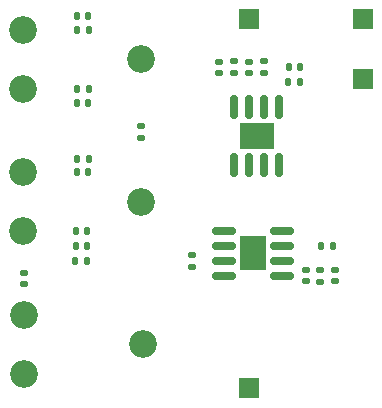
<source format=gts>
G04 #@! TF.GenerationSoftware,KiCad,Pcbnew,6.0.2-378541a8eb~116~ubuntu21.10.1*
G04 #@! TF.CreationDate,2022-03-03T13:54:26+01:00*
G04 #@! TF.ProjectId,test,74657374-2e6b-4696-9361-645f70636258,rev?*
G04 #@! TF.SameCoordinates,Original*
G04 #@! TF.FileFunction,Soldermask,Top*
G04 #@! TF.FilePolarity,Negative*
%FSLAX46Y46*%
G04 Gerber Fmt 4.6, Leading zero omitted, Abs format (unit mm)*
G04 Created by KiCad (PCBNEW 6.0.2-378541a8eb~116~ubuntu21.10.1) date 2022-03-03 13:54:26*
%MOMM*%
%LPD*%
G01*
G04 APERTURE LIST*
G04 Aperture macros list*
%AMRoundRect*
0 Rectangle with rounded corners*
0 $1 Rounding radius*
0 $2 $3 $4 $5 $6 $7 $8 $9 X,Y pos of 4 corners*
0 Add a 4 corners polygon primitive as box body*
4,1,4,$2,$3,$4,$5,$6,$7,$8,$9,$2,$3,0*
0 Add four circle primitives for the rounded corners*
1,1,$1+$1,$2,$3*
1,1,$1+$1,$4,$5*
1,1,$1+$1,$6,$7*
1,1,$1+$1,$8,$9*
0 Add four rect primitives between the rounded corners*
20,1,$1+$1,$2,$3,$4,$5,0*
20,1,$1+$1,$4,$5,$6,$7,0*
20,1,$1+$1,$6,$7,$8,$9,0*
20,1,$1+$1,$8,$9,$2,$3,0*%
G04 Aperture macros list end*
%ADD10RoundRect,0.135000X0.185000X-0.135000X0.185000X0.135000X-0.185000X0.135000X-0.185000X-0.135000X0*%
%ADD11RoundRect,0.135000X0.135000X0.185000X-0.135000X0.185000X-0.135000X-0.185000X0.135000X-0.185000X0*%
%ADD12RoundRect,0.135000X-0.185000X0.135000X-0.185000X-0.135000X0.185000X-0.135000X0.185000X0.135000X0*%
%ADD13RoundRect,0.140000X0.170000X-0.140000X0.170000X0.140000X-0.170000X0.140000X-0.170000X-0.140000X0*%
%ADD14R,1.700000X1.700000*%
%ADD15RoundRect,0.140000X-0.170000X0.140000X-0.170000X-0.140000X0.170000X-0.140000X0.170000X0.140000X0*%
%ADD16RoundRect,0.140000X-0.140000X-0.170000X0.140000X-0.170000X0.140000X0.170000X-0.140000X0.170000X0*%
%ADD17RoundRect,0.140000X0.140000X0.170000X-0.140000X0.170000X-0.140000X-0.170000X0.140000X-0.170000X0*%
%ADD18RoundRect,0.135000X-0.135000X-0.185000X0.135000X-0.185000X0.135000X0.185000X-0.135000X0.185000X0*%
%ADD19RoundRect,0.150000X-0.825000X-0.150000X0.825000X-0.150000X0.825000X0.150000X-0.825000X0.150000X0*%
%ADD20R,2.290000X3.000000*%
%ADD21RoundRect,0.150000X-0.150000X0.825000X-0.150000X-0.825000X0.150000X-0.825000X0.150000X0.825000X0*%
%ADD22R,3.000000X2.290000*%
%ADD23C,2.340000*%
G04 APERTURE END LIST*
D10*
G04 #@! TO.C,R9*
X132334000Y-101475000D03*
X132334000Y-100455000D03*
G04 #@! TD*
D11*
G04 #@! TO.C,R7*
X123557000Y-86407000D03*
X122537000Y-86407000D03*
G04 #@! TD*
D12*
G04 #@! TO.C,R2*
X138430000Y-84072000D03*
X138430000Y-85092000D03*
G04 #@! TD*
D13*
G04 #@! TO.C,C10*
X141986000Y-102715000D03*
X141986000Y-101755000D03*
G04 #@! TD*
D10*
G04 #@! TO.C,R1*
X135890000Y-85092000D03*
X135890000Y-84072000D03*
G04 #@! TD*
D14*
G04 #@! TO.C,OUT1*
X137160000Y-111760000D03*
G04 #@! TD*
D13*
G04 #@! TO.C,C2*
X134620000Y-85062000D03*
X134620000Y-84102000D03*
G04 #@! TD*
D15*
G04 #@! TO.C,C1*
X137160000Y-84102000D03*
X137160000Y-85062000D03*
G04 #@! TD*
D13*
G04 #@! TO.C,C9*
X118110000Y-102969000D03*
X118110000Y-102009000D03*
G04 #@! TD*
D11*
G04 #@! TO.C,R8*
X123557000Y-81407000D03*
X122537000Y-81407000D03*
G04 #@! TD*
D16*
G04 #@! TO.C,C5*
X122440000Y-98472000D03*
X123400000Y-98472000D03*
G04 #@! TD*
D17*
G04 #@! TO.C,C8*
X123527000Y-80264000D03*
X122567000Y-80264000D03*
G04 #@! TD*
D11*
G04 #@! TO.C,R5*
X123430000Y-100965000D03*
X122410000Y-100965000D03*
G04 #@! TD*
D18*
G04 #@! TO.C,R3*
X140460000Y-85852000D03*
X141480000Y-85852000D03*
G04 #@! TD*
D10*
G04 #@! TO.C,R6*
X128000000Y-90553000D03*
X128000000Y-89533000D03*
G04 #@! TD*
D18*
G04 #@! TO.C,R4*
X122537000Y-92329000D03*
X123557000Y-92329000D03*
G04 #@! TD*
D17*
G04 #@! TO.C,C12*
X144216000Y-99695000D03*
X143256000Y-99695000D03*
G04 #@! TD*
D16*
G04 #@! TO.C,C4*
X122567000Y-93472000D03*
X123527000Y-93472000D03*
G04 #@! TD*
G04 #@! TO.C,C3*
X140490000Y-84582000D03*
X141450000Y-84582000D03*
G04 #@! TD*
D14*
G04 #@! TO.C,GND1*
X146812000Y-80518000D03*
G04 #@! TD*
D10*
G04 #@! TO.C,R10*
X143129000Y-102745000D03*
X143129000Y-101725000D03*
G04 #@! TD*
D14*
G04 #@! TO.C,5V1*
X146812000Y-85598000D03*
G04 #@! TD*
D15*
G04 #@! TO.C,C11*
X144399000Y-101755000D03*
X144399000Y-102715000D03*
G04 #@! TD*
D16*
G04 #@! TO.C,C6*
X122440000Y-99695000D03*
X123400000Y-99695000D03*
G04 #@! TD*
D14*
G04 #@! TO.C,IN1*
X137160000Y-80518000D03*
G04 #@! TD*
D19*
G04 #@! TO.C,U2*
X135004000Y-98425000D03*
X135004000Y-99695000D03*
X135004000Y-100965000D03*
X135004000Y-102235000D03*
X139954000Y-102235000D03*
X139954000Y-100965000D03*
X139954000Y-99695000D03*
X139954000Y-98425000D03*
D20*
X137479000Y-100330000D03*
G04 #@! TD*
D21*
G04 #@! TO.C,U1*
X139700000Y-87949000D03*
X138430000Y-87949000D03*
X137160000Y-87949000D03*
X135890000Y-87949000D03*
X135890000Y-92899000D03*
X137160000Y-92899000D03*
X138430000Y-92899000D03*
X139700000Y-92899000D03*
D22*
X137795000Y-90424000D03*
G04 #@! TD*
D16*
G04 #@! TO.C,C7*
X122567000Y-87630000D03*
X123527000Y-87630000D03*
G04 #@! TD*
D23*
G04 #@! TO.C,RV2*
X117983000Y-81407000D03*
X128000000Y-83907000D03*
X117983000Y-86407000D03*
G04 #@! TD*
G04 #@! TO.C,RV3*
X118110000Y-105537000D03*
X128110000Y-108037000D03*
X118110000Y-110537000D03*
G04 #@! TD*
G04 #@! TO.C,RV1*
X118000000Y-93472000D03*
X128000000Y-95972000D03*
X118000000Y-98472000D03*
G04 #@! TD*
M02*

</source>
